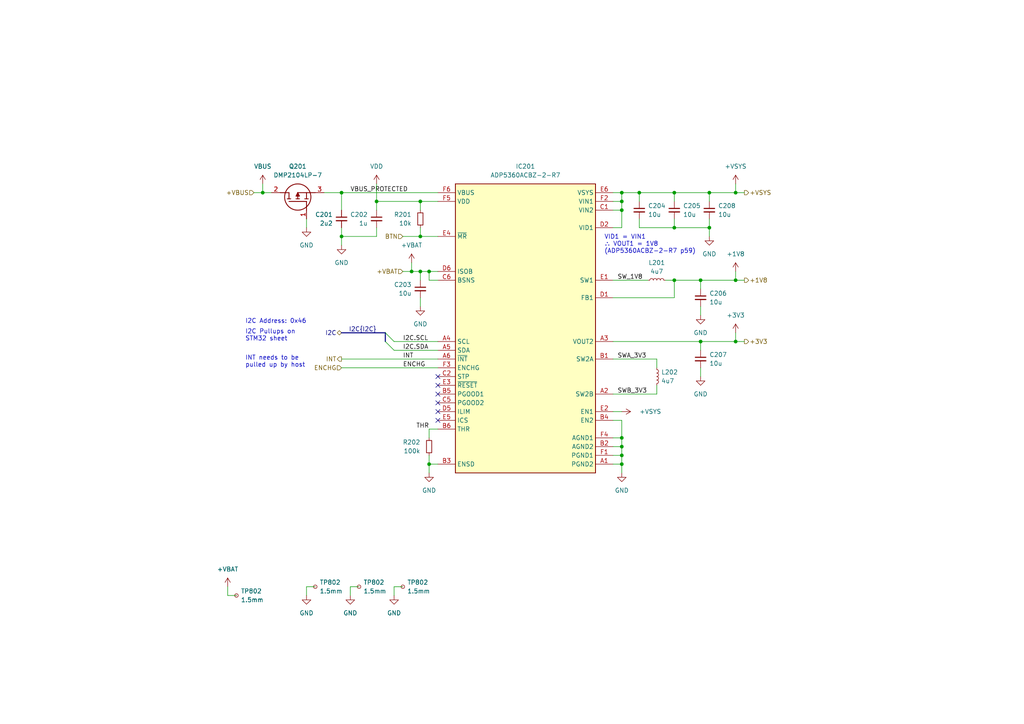
<source format=kicad_sch>
(kicad_sch (version 20230121) (generator eeschema)
  (paper "A4")
  (title_block (title "Watch Power") (rev "2"))
  (lib_symbols
    (symbol "ADP5360ACBZ-2-R7:ADP5360ACBZ-2-R7"
      (property "Reference" "IC" (at 1.27 45.72 0))
      (property "Value" "ADP5360ACBZ-2-R7" (at 1.27 43.18 0))
      (symbol "ADP5360ACBZ-2-R7_1_1"
        (rectangle (start -20.32 40.64) (end 20.32 -43.18) (stroke (width 0.254)) (fill (type background)))
        (pin passive line (at 25.4 -40.64 180) (length 5.08) (name "PGND2") (number "A1"))
        (pin passive line (at 25.4 -20.32 180) (length 5.08) (name "SW2B") (number "A2"))
        (pin passive line (at 25.4 -5.08 180) (length 5.08) (name "VOUT2") (number "A3"))
        (pin passive line (at -25.4 -5.08 0) (length 5.08) (name "SCL") (number "A4"))
        (pin passive line (at -25.4 -7.62 0) (length 5.08) (name "SDA") (number "A5"))
        (pin passive line (at -25.4 -10.16 0) (length 5.08) (name "~{INT}") (number "A6"))
        (pin passive line (at 25.4 -10.16 180) (length 5.08) (name "SW2A") (number "B1"))
        (pin passive line (at 25.4 -35.56 180) (length 5.08) (name "AGND2") (number "B2"))
        (pin passive line (at -25.4 -40.64 0) (length 5.08) (name "ENSD") (number "B3"))
        (pin passive line (at 25.4 -27.94 180) (length 5.08) (name "EN2") (number "B4"))
        (pin passive line (at -25.4 -20.32 0) (length 5.08) (name "PGOOD1") (number "B5"))
        (pin passive line (at -25.4 -30.48 0) (length 5.08) (name "THR") (number "B6"))
        (pin passive line (at 25.4 33.02 180) (length 5.08) (name "VIN2") (number "C1"))
        (pin passive line (at -25.4 -15.24 0) (length 5.08) (name "STP") (number "C2"))
        (pin passive line (at -25.4 -22.86 0) (length 5.08) (name "PGOOD2") (number "C5"))
        (pin passive line (at -25.4 12.7 0) (length 5.08) (name "BSNS") (number "C6"))
        (pin passive line (at 25.4 7.62 180) (length 5.08) (name "FB1") (number "D1"))
        (pin passive line (at 25.4 27.94 180) (length 5.08) (name "VID1") (number "D2"))
        (pin passive line (at -25.4 -25.4 0) (length 5.08) (name "ILIM") (number "D5"))
        (pin passive line (at -25.4 15.24 0) (length 5.08) (name "ISOB") (number "D6"))
        (pin passive line (at 25.4 12.7 180) (length 5.08) (name "SW1") (number "E1"))
        (pin passive line (at 25.4 -25.4 180) (length 5.08) (name "EN1") (number "E2"))
        (pin passive line (at -25.4 -17.78 0) (length 5.08) (name "~{RESET}") (number "E3"))
        (pin passive line (at -25.4 25.4 0) (length 5.08) (name "~{MR}") (number "E4"))
        (pin passive line (at -25.4 -27.94 0) (length 5.08) (name "ICS") (number "E5"))
        (pin passive line (at 25.4 38.1 180) (length 5.08) (name "VSYS") (number "E6"))
        (pin passive line (at 25.4 -38.1 180) (length 5.08) (name "PGND1") (number "F1"))
        (pin passive line (at 25.4 35.56 180) (length 5.08) (name "VIN1") (number "F2"))
        (pin passive line (at -25.4 -12.7 0) (length 5.08) (name "ENCHG") (number "F3"))
        (pin passive line (at 25.4 -33.02 180) (length 5.08) (name "AGND1") (number "F4"))
        (pin passive line (at -25.4 35.56 0) (length 5.08) (name "VDD") (number "F5"))
        (pin passive line (at -25.4 38.1 0) (length 5.08) (name "VBUS") (number "F6"))
      )
    )
    (symbol "Connector:TestPoint_Small" (pin_numbers hide) (pin_names (offset 0.762) hide)
      (property "Reference" "TP" (at 0 3.81 0))
      (property "Value" "TestPoint_Small" (at 0 2.032 0))
      (symbol "TestPoint_Small_0_1"
        (circle (center 0 0) (radius 0.508))
      )
      (symbol "TestPoint_Small_1_1"
        (pin passive line (at 0 0 90) (length 0) (name "1") (number "1"))
      )
    )
    (symbol "DMP2104LP-7:DMP2104LP-7" (pin_names hide)
      (property "Reference" "Q" (at 11.43 3.81 0))
      (property "Value" "DMP2104LP-7" (at 11.43 1.27 0))
      (symbol "DMP2104LP-7_1_1"
        (polyline (pts (xy 2.54 0) (xy 5.08 0)) (stroke (width 0.254)))
        (polyline (pts (xy 5.08 5.08) (xy 5.08 0)) (stroke (width 0.254)))
        (polyline (pts (xy 5.842 -0.508) (xy 5.842 0.508)) (stroke (width 0.254)))
        (polyline (pts (xy 5.842 0) (xy 7.62 0)) (stroke (width 0.254)))
        (polyline (pts (xy 5.842 2.032) (xy 5.842 3.048)) (stroke (width 0.254)))
        (polyline (pts (xy 5.842 5.588) (xy 5.842 4.572)) (stroke (width 0.254)))
        (polyline (pts (xy 7.62 2.54) (xy 5.842 2.54)) (stroke (width 0.254)))
        (polyline (pts (xy 7.62 2.54) (xy 7.62 -2.54)) (stroke (width 0.254)))
        (polyline (pts (xy 7.62 5.08) (xy 5.842 5.08)) (stroke (width 0.254)))
        (polyline (pts (xy 7.62 5.08) (xy 7.62 7.62)) (stroke (width 0.254)))
        (polyline (pts (xy 7.62 2.54) (xy 6.604 3.048) (xy 6.604 2.032) (xy 7.62 2.54)) (stroke (width 0.254)) (fill (type outline)))
        (circle (center 6.35 2.54) (radius 3.81) (stroke (width 0.254)))
        (pin passive line (at 0 0 0) (length 2.54) (name "G") (number "1"))
        (pin passive line (at 7.62 10.16 270) (length 2.54) (name "D") (number "2"))
        (pin passive line (at 7.62 -5.08 90) (length 2.54) (name "S") (number "3"))
      )
    )
    (symbol "Device:C_Small" (pin_numbers hide) (pin_names (offset 0.254) hide)
      (property "Reference" "C" (at 0.254 1.778 0))
      (property "Value" "C_Small" (at 0.254 -2.032 0))
      (symbol "C_Small_0_1"
        (polyline (pts (xy -1.524 -0.508) (xy 1.524 -0.508)) (stroke (width 0.3302)))
        (polyline (pts (xy -1.524 0.508) (xy 1.524 0.508)) (stroke (width 0.3048)))
      )
      (symbol "C_Small_1_1"
        (pin passive line (at 0 2.54 270) (length 2.032) (name "~") (number "1"))
        (pin passive line (at 0 -2.54 90) (length 2.032) (name "~") (number "2"))
      )
    )
    (symbol "Device:L_Small" (pin_numbers hide) (pin_names (offset 0.254) hide)
      (property "Reference" "L" (at 0.762 1.016 0))
      (property "Value" "L_Small" (at 0.762 -1.016 0))
      (symbol "L_Small_0_1"
        (arc (start 0 -2.032) (mid 0.5058 -1.524) (end 0 -1.016))
        (arc (start 0 -1.016) (mid 0.5058 -0.508) (end 0 0))
        (arc (start 0 0) (mid 0.5058 0.508) (end 0 1.016))
        (arc (start 0 1.016) (mid 0.5058 1.524) (end 0 2.032))
      )
      (symbol "L_Small_1_1"
        (pin passive line (at 0 2.54 270) (length 0.508) (name "~") (number "1"))
        (pin passive line (at 0 -2.54 90) (length 0.508) (name "~") (number "2"))
      )
    )
    (symbol "Device:R_Small" (pin_numbers hide) (pin_names (offset 0.254) hide)
      (property "Reference" "R" (at 0.762 0.508 0))
      (property "Value" "R_Small" (at 0.762 -1.016 0))
      (symbol "R_Small_0_1"
        (rectangle (start -0.762 1.778) (end 0.762 -1.778) (stroke (width 0.2032)))
      )
      (symbol "R_Small_1_1"
        (pin passive line (at 0 2.54 270) (length 0.762) (name "~") (number "1"))
        (pin passive line (at 0 -2.54 90) (length 0.762) (name "~") (number "2"))
      )
    )
    (symbol "power:+1V8" (power) (pin_names (offset 0))
      (property "Value" "+1V8" (at 0 3.556 0))
      (symbol "+1V8_0_1"
        (polyline (pts (xy -0.762 1.27) (xy 0 2.54)))
        (polyline (pts (xy 0 0) (xy 0 2.54)))
        (polyline (pts (xy 0 2.54) (xy 0.762 1.27)))
      )
      (symbol "+1V8_1_1"
        (pin power_in line (at 0 0 90) (length 0) hide (name "+1V8") (number "1"))
      )
    )
    (symbol "power:+3V3" (power) (pin_names (offset 0))
      (property "Value" "+3V3" (at 0 3.556 0))
      (symbol "+3V3_0_1"
        (polyline (pts (xy -0.762 1.27) (xy 0 2.54)))
        (polyline (pts (xy 0 0) (xy 0 2.54)))
        (polyline (pts (xy 0 2.54) (xy 0.762 1.27)))
      )
      (symbol "+3V3_1_1"
        (pin power_in line (at 0 0 90) (length 0) hide (name "+3V3") (number "1"))
      )
    )
    (symbol "power:GND" (power) (pin_names (offset 0))
      (property "Value" "GND" (at 0 -3.81 0))
      (symbol "GND_0_1"
        (polyline (pts (xy 0 0) (xy 0 -1.27) (xy 1.27 -1.27) (xy 0 -2.54) (xy -1.27 -1.27) (xy 0 -1.27)))
      )
      (symbol "GND_1_1"
        (pin power_in line (at 0 0 270) (length 0) hide (name "GND") (number "1"))
      )
    )
    (symbol "power:VBUS" (power) (pin_names (offset 0))
      (property "Value" "VBUS" (at 0 3.81 0))
      (symbol "VBUS_0_1"
        (polyline (pts (xy -0.762 1.27) (xy 0 2.54)))
        (polyline (pts (xy 0 0) (xy 0 2.54)))
        (polyline (pts (xy 0 2.54) (xy 0.762 1.27)))
      )
      (symbol "VBUS_1_1"
        (pin power_in line (at 0 0 90) (length 0) hide (name "VBUS") (number "1"))
      )
    )
    (symbol "power:VDD" (power) (pin_names (offset 0))
      (property "Value" "VDD" (at 0 3.81 0))
      (symbol "VDD_0_1"
        (polyline (pts (xy -0.762 1.27) (xy 0 2.54)))
        (polyline (pts (xy 0 0) (xy 0 2.54)))
        (polyline (pts (xy 0 2.54) (xy 0.762 1.27)))
      )
      (symbol "VDD_1_1"
        (pin power_in line (at 0 0 90) (length 0) hide (name "VDD") (number "1"))
      )
    )
    (symbol "watch_symbols_lib:+VBAT" (power) (pin_names (offset 0))
      (property "Value" "+VBAT" (at 0 3.556 0))
      (symbol "+VBAT_0_1"
        (polyline (pts (xy -0.762 1.27) (xy 0 2.54)))
        (polyline (pts (xy 0 0) (xy 0 2.54)))
        (polyline (pts (xy 0 2.54) (xy 0.762 1.27)))
      )
      (symbol "+VBAT_1_1"
        (pin power_in line (at 0 0 90) (length 0) hide (name "+VBAT") (number "1"))
      )
    )
    (symbol "watch_symbols_lib:+VSYS" (power) (pin_names (offset 0))
      (property "Value" "+VSYS" (at 0 3.556 0))
      (symbol "+VSYS_0_1"
        (polyline (pts (xy -0.762 1.27) (xy 0 2.54)))
        (polyline (pts (xy 0 0) (xy 0 2.54)))
        (polyline (pts (xy 0 2.54) (xy 0.762 1.27)))
      )
      (symbol "+VSYS_1_1"
        (pin power_in line (at 0 0 90) (length 0) hide (name "+VSYS") (number "1"))
      )
    )
  )
  (junction (at 124.46 78.74))
  (junction (at 195.58 81.28))
  (junction (at 124.46 134.62))
  (junction (at 99.06 68.58))
  (junction (at 213.36 99.06))
  (junction (at 203.2 99.06))
  (junction (at 119.38 78.74))
  (junction (at 185.42 55.88))
  (junction (at 205.74 66.04))
  (junction (at 180.34 132.08))
  (junction (at 213.36 81.28))
  (junction (at 180.34 134.62))
  (junction (at 203.2 81.28))
  (junction (at 180.34 129.54))
  (junction (at 180.34 60.96))
  (junction (at 180.34 127))
  (junction (at 213.36 55.88))
  (junction (at 180.34 58.42))
  (junction (at 76.2 55.88))
  (junction (at 121.92 58.42))
  (junction (at 195.58 66.04))
  (junction (at 109.22 58.42))
  (junction (at 205.74 55.88))
  (junction (at 195.58 55.88))
  (junction (at 121.92 68.58))
  (junction (at 99.06 55.88))
  (junction (at 121.92 78.74))
  (junction (at 180.34 55.88))
  (no_connect (at 127 111.76))
  (no_connect (at 127 119.38))
  (no_connect (at 127 114.3))
  (no_connect (at 127 116.84))
  (no_connect (at 127 121.92))
  (no_connect (at 127 109.22))
  (bus_entry (at 111.76 99.06) (size 2.54 2.54))
  (bus_entry (at 111.76 96.52) (size 2.54 2.54))
  (wire (pts (xy 116.84 78.74) (xy 119.38 78.74)))
  (wire (pts (xy 203.2 99.06) (xy 213.36 99.06)))
  (wire (pts (xy 180.34 127) (xy 177.8 127)))
  (wire (pts (xy 76.2 55.88) (xy 78.74 55.88)))
  (bus (pts (xy 111.76 96.52) (xy 111.76 99.06)))
  (wire (pts (xy 109.22 60.96) (xy 109.22 58.42)))
  (wire (pts (xy 177.8 58.42) (xy 180.34 58.42)))
  (wire (pts (xy 73.66 55.88) (xy 76.2 55.88)))
  (wire (pts (xy 205.74 55.88) (xy 205.74 58.42)))
  (wire (pts (xy 195.58 66.04) (xy 205.74 66.04)))
  (wire (pts (xy 213.36 99.06) (xy 215.9 99.06)))
  (wire (pts (xy 205.74 66.04) (xy 205.74 63.5)))
  (wire (pts (xy 203.2 81.28) (xy 213.36 81.28)))
  (wire (pts (xy 180.34 132.08) (xy 180.34 129.54)))
  (wire (pts (xy 177.8 134.62) (xy 180.34 134.62)))
  (wire (pts (xy 101.6 172.72) (xy 101.6 170.18)))
  (wire (pts (xy 213.36 55.88) (xy 213.36 53.34)))
  (wire (pts (xy 124.46 127) (xy 124.46 124.46)))
  (wire (pts (xy 119.38 78.74) (xy 119.38 76.2)))
  (wire (pts (xy 109.22 68.58) (xy 99.06 68.58)))
  (wire (pts (xy 114.3 101.6) (xy 127 101.6)))
  (wire (pts (xy 101.6 170.18) (xy 104.14 170.18)))
  (wire (pts (xy 114.3 99.06) (xy 127 99.06)))
  (wire (pts (xy 177.8 81.28) (xy 187.96 81.28)))
  (wire (pts (xy 99.06 106.68) (xy 127 106.68)))
  (wire (pts (xy 213.36 81.28) (xy 215.9 81.28)))
  (wire (pts (xy 185.42 66.04) (xy 195.58 66.04)))
  (wire (pts (xy 195.58 86.36) (xy 195.58 81.28)))
  (wire (pts (xy 195.58 55.88) (xy 205.74 55.88)))
  (wire (pts (xy 185.42 66.04) (xy 185.42 63.5)))
  (wire (pts (xy 99.06 104.14) (xy 127 104.14)))
  (wire (pts (xy 116.84 68.58) (xy 121.92 68.58)))
  (wire (pts (xy 195.58 81.28) (xy 203.2 81.28)))
  (wire (pts (xy 88.9 172.72) (xy 88.9 170.18)))
  (wire (pts (xy 124.46 81.28) (xy 124.46 78.74)))
  (wire (pts (xy 180.34 137.16) (xy 180.34 134.62)))
  (wire (pts (xy 177.8 121.92) (xy 180.34 121.92)))
  (wire (pts (xy 190.5 104.14) (xy 190.5 106.68)))
  (wire (pts (xy 177.8 55.88) (xy 180.34 55.88)))
  (wire (pts (xy 203.2 106.68) (xy 203.2 109.22)))
  (wire (pts (xy 205.74 55.88) (xy 213.36 55.88)))
  (wire (pts (xy 121.92 58.42) (xy 127 58.42)))
  (wire (pts (xy 213.36 78.74) (xy 213.36 81.28)))
  (wire (pts (xy 180.34 58.42) (xy 180.34 55.88)))
  (wire (pts (xy 114.3 170.18) (xy 116.84 170.18)))
  (wire (pts (xy 180.34 55.88) (xy 185.42 55.88)))
  (wire (pts (xy 88.9 63.5) (xy 88.9 66.04)))
  (wire (pts (xy 124.46 132.08) (xy 124.46 134.62)))
  (wire (pts (xy 93.98 55.88) (xy 99.06 55.88)))
  (wire (pts (xy 124.46 134.62) (xy 127 134.62)))
  (wire (pts (xy 180.34 66.04) (xy 180.34 60.96)))
  (wire (pts (xy 195.58 55.88) (xy 195.58 58.42)))
  (wire (pts (xy 121.92 88.9) (xy 121.92 86.36)))
  (wire (pts (xy 177.8 114.3) (xy 190.5 114.3)))
  (wire (pts (xy 76.2 53.34) (xy 76.2 55.88)))
  (wire (pts (xy 99.06 68.58) (xy 99.06 71.12)))
  (wire (pts (xy 213.36 96.52) (xy 213.36 99.06)))
  (wire (pts (xy 121.92 68.58) (xy 127 68.58)))
  (wire (pts (xy 185.42 55.88) (xy 195.58 55.88)))
  (wire (pts (xy 109.22 66.04) (xy 109.22 68.58)))
  (wire (pts (xy 121.92 66.04) (xy 121.92 68.58)))
  (wire (pts (xy 124.46 137.16) (xy 124.46 134.62)))
  (wire (pts (xy 203.2 81.28) (xy 203.2 83.82)))
  (wire (pts (xy 213.36 55.88) (xy 215.9 55.88)))
  (wire (pts (xy 177.8 119.38) (xy 180.34 119.38)))
  (wire (pts (xy 205.74 68.58) (xy 205.74 66.04)))
  (wire (pts (xy 99.06 68.58) (xy 99.06 66.04)))
  (wire (pts (xy 121.92 78.74) (xy 124.46 78.74)))
  (wire (pts (xy 124.46 124.46) (xy 127 124.46)))
  (wire (pts (xy 177.8 104.14) (xy 190.5 104.14)))
  (wire (pts (xy 185.42 55.88) (xy 185.42 58.42)))
  (wire (pts (xy 195.58 81.28) (xy 193.04 81.28)))
  (wire (pts (xy 195.58 66.04) (xy 195.58 63.5)))
  (wire (pts (xy 119.38 78.74) (xy 121.92 78.74)))
  (wire (pts (xy 180.34 132.08) (xy 177.8 132.08)))
  (wire (pts (xy 180.34 121.92) (xy 180.34 127)))
  (wire (pts (xy 127 78.74) (xy 124.46 78.74)))
  (wire (pts (xy 99.06 55.88) (xy 127 55.88)))
  (wire (pts (xy 109.22 58.42) (xy 121.92 58.42)))
  (wire (pts (xy 88.9 170.18) (xy 91.44 170.18)))
  (wire (pts (xy 177.8 129.54) (xy 180.34 129.54)))
  (wire (pts (xy 177.8 86.36) (xy 195.58 86.36)))
  (wire (pts (xy 180.34 129.54) (xy 180.34 127)))
  (wire (pts (xy 121.92 78.74) (xy 121.92 81.28)))
  (wire (pts (xy 180.34 60.96) (xy 180.34 58.42)))
  (wire (pts (xy 66.04 170.18) (xy 66.04 172.72)))
  (wire (pts (xy 177.8 66.04) (xy 180.34 66.04)))
  (wire (pts (xy 180.34 134.62) (xy 180.34 132.08)))
  (wire (pts (xy 114.3 172.72) (xy 114.3 170.18)))
  (bus (pts (xy 111.76 96.52) (xy 99.06 96.52)))
  (wire (pts (xy 99.06 55.88) (xy 99.06 60.96)))
  (wire (pts (xy 121.92 58.42) (xy 121.92 60.96)))
  (wire (pts (xy 203.2 88.9) (xy 203.2 91.44)))
  (wire (pts (xy 127 81.28) (xy 124.46 81.28)))
  (wire (pts (xy 66.04 172.72) (xy 68.58 172.72)))
  (wire (pts (xy 177.8 60.96) (xy 180.34 60.96)))
  (wire (pts (xy 190.5 111.76) (xy 190.5 114.3)))
  (wire (pts (xy 109.22 53.34) (xy 109.22 58.42)))
  (wire (pts (xy 177.8 99.06) (xy 203.2 99.06)))
  (wire (pts (xy 203.2 99.06) (xy 203.2 101.6)))
  (text "VID1 = VIN1\n∴ VOUT1 = 1V8\n(ADP5360ACBZ-2-R7 p59)" (at 175.26 73.66 0) (effects (font (size 1.27 1.27)) (justify left bottom)))
  (text "INT needs to be\npulled up by host" (at 71.12 106.68 0) (effects (font (size 1.27 1.27)) (justify left bottom)))
  (text "I2C Address: 0x46" (at 71.12 93.98 0) (effects (font (size 1.27 1.27)) (justify left bottom)))
  (text "I2C Pullups on\nSTM32 sheet" (at 71.12 99.06 0) (effects (font (size 1.27 1.27)) (justify left bottom)))
  (label "VBUS_PROTECTED" (at 101.6 55.88 0))
  (label "INT" (at 116.84 104.14 0))
  (label "I2C{I2C}" (at 109.22 96.52 180))
  (label "THR" (at 124.46 124.46 180))
  (label "SW_1V8" (at 179.07 81.28 0))
  (label "I2C.SCL" (at 116.84 99.06 0))
  (label "SWA_3V3" (at 179.07 104.14 0))
  (label "SWB_3V3" (at 179.07 114.3 0))
  (label "I2C.SDA" (at 116.84 101.6 0))
  (label "ENCHG" (at 116.84 106.68 0))
  (hierarchical_label "+VSYS" (shape output) (at 215.9 55.88 0))
  (hierarchical_label "+VBUS" (shape input) (at 73.66 55.88 180))
  (hierarchical_label "+3V3" (shape output) (at 215.9 99.06 0))
  (hierarchical_label "+VBAT" (shape input) (at 116.84 78.74 180))
  (hierarchical_label "BTN" (shape input) (at 116.84 68.58 180))
  (hierarchical_label "INT" (shape output) (at 99.06 104.14 180))
  (hierarchical_label "+1V8" (shape output) (at 215.9 81.28 0))
  (hierarchical_label "I2C" (shape bidirectional) (at 99.06 96.52 180) (property "DSI" "DSI" (effects hide)))
  (hierarchical_label "ENCHG" (shape input) (at 99.06 106.68 180))
  (symbol (lib_id "power:GND") (at 124.46 137.16 0) (unit 1)
    (property "Reference" "#PWR0208" (effects hide))
    (property "Value" "GND" (at 124.46 142.24 0))
  )
  (symbol (lib_id "Device:R_Small") (at 124.46 129.54 0) (mirror y) (unit 1)
    (property "Reference" "R202" (at 121.92 128.27 0) (effects (justify left)))
    (property "Value" "100k" (at 121.92 130.81 0) (effects (justify left)))
    (property "Footprint" "Resistor_SMD:R_0402_1005Metric" (effects hide))
  )
  (symbol (lib_id "Connector:TestPoint_Small") (at 104.14 170.18 0) (unit 1)
    (property "Reference" "TP802" (at 105.41 168.91 0) (effects (justify left)))
    (property "Value" "1.5mm" (at 105.41 171.45 0) (effects (justify left)))
    (property "Footprint" "TestPoint:TestPoint_Pad_D1.5mm" (effects hide))
    (instances (project "watch_main" (path "" (reference "TP802") (unit 1)) (path "" (reference "TP209") (unit 1))))
  )
  (symbol (lib_id "power:GND") (at 203.2 109.22 0) (unit 1)
    (property "Reference" "#PWR0218" (effects hide))
    (property "Value" "GND" (at 203.2 114.3 0))
  )
  (symbol (lib_id "watch_symbols_lib:+VBAT") (at 66.04 170.18 0) (unit 1)
    (property "Reference" "#PWR0209" (effects hide))
    (property "Value" "+VBAT" (at 66.04 165.1 0))
  )
  (symbol (lib_id "Device:C_Small") (at 99.06 63.5 0) (mirror y) (unit 1)
    (property "Reference" "C201" (at 96.52 62.2363 0) (effects (justify left)))
    (property "Value" "2u2" (at 96.52 64.7763 0) (effects (justify left)))
    (property "Footprint" "Capacitor_SMD:C_0402_1005Metric" (effects hide))
  )
  (symbol (lib_id "Device:C_Small") (at 203.2 104.14 0) (unit 1)
    (property "Reference" "C207" (at 205.74 102.8763 0) (effects (justify left)))
    (property "Value" "10u" (at 205.74 105.4163 0) (effects (justify left)))
    (property "Footprint" "Capacitor_SMD:C_0402_1005Metric" (effects hide))
  )
  (symbol (lib_id "ADP5360ACBZ-2-R7:ADP5360ACBZ-2-R7") (at 152.4 93.98 0) (unit 1)
    (property "Reference" "IC201" (at 152.4 48.26 0))
    (property "Value" "ADP5360ACBZ-2-R7" (at 152.4 50.8 0))
    (property "Footprint" "watch_footprints:ADP5360ACBZ1R7" (effects hide))
    (property "Datasheet" "https://static6.arrow.com/aropdfconversion/942f247d1889decade131896ebbd71237a4d497d/adp5360.pdf" (effects hide))
    (property "Height" "0.56" (effects hide))
    (property "Mouser Part Number" "584-ADP5360ACBZ-2-R7" (effects hide))
    (property "Mouser Price/Stock" "https://www.mouser.co.uk/ProductDetail/Analog-Devices/ADP5360ACBZ-2-R7?qs=GBLSl2AkirtayaN8yEOC7w%3D%3D" (effects hide))
    (property "Manufacturer_Name" "Analog Devices" (effects hide))
    (property "Manufacturer_Part_Number" "ADP5360ACBZ-2-R7" (effects hide))
  )
  (symbol (lib_id "Device:C_Small") (at 185.42 60.96 0) (unit 1)
    (property "Reference" "C204" (at 187.96 59.6963 0) (effects (justify left)))
    (property "Value" "10u" (at 187.96 62.2363 0) (effects (justify left)))
    (property "Footprint" "Capacitor_SMD:C_0402_1005Metric" (effects hide))
  )
  (symbol (lib_id "watch_symbols_lib:+VSYS") (at 180.34 119.38 270) (unit 1)
    (property "Reference" "#PWR0212" (effects hide))
    (property "Value" "+VSYS" (at 185.42 119.38 90) (effects (justify left)))
  )
  (symbol (lib_id "Device:C_Small") (at 109.22 63.5 0) (mirror y) (unit 1)
    (property "Reference" "C202" (at 106.68 62.2363 0) (effects (justify left)))
    (property "Value" "1u" (at 106.68 64.7763 0) (effects (justify left)))
    (property "Footprint" "Capacitor_SMD:C_0402_1005Metric" (effects hide))
  )
  (symbol (lib_id "power:GND") (at 180.34 137.16 0) (unit 1)
    (property "Reference" "#PWR0214" (effects hide))
    (property "Value" "GND" (at 180.34 142.24 0))
  )
  (symbol (lib_id "DMP2104LP-7:DMP2104LP-7") (at 88.9 63.5 90) (unit 1)
    (property "Reference" "Q201" (at 86.36 48.26 90))
    (property "Value" "DMP2104LP-7" (at 86.36 50.8 90))
    (property "Footprint" "watch_footprints:DMP2104LP7" (effects hide))
    (property "Datasheet" "https://componentsearchengine.com/Datasheets/2/DMP2104LP-7.pdf" (effects hide))
    (property "Height" "0.53" (effects hide))
    (property "Mouser Part Number" "621-DMP2104LP-7" (effects hide))
    (property "Mouser Price/Stock" "https://www.mouser.co.uk/ProductDetail/Diodes-Incorporated/DMP2104LP-7?qs=R%252By5Lqt1H6xg6KRllhPj7w%3D%3D" (effects hide))
    (property "Manufacturer_Name" "Diodes Incorporated" (effects hide))
    (property "Manufacturer_Part_Number" "DMP2104LP-7" (effects hide))
  )
  (symbol (lib_id "Connector:TestPoint_Small") (at 68.58 172.72 0) (unit 1)
    (property "Reference" "TP802" (at 69.85 171.45 0) (effects (justify left)))
    (property "Value" "1.5mm" (at 69.85 173.99 0) (effects (justify left)))
    (property "Footprint" "TestPoint:TestPoint_Pad_D1.5mm" (effects hide))
    (instances (project "watch_main" (path "" (reference "TP802") (unit 1)) (path "" (reference "TP202") (unit 1))))
  )
  (symbol (lib_id "power:GND") (at 88.9 66.04 0) (unit 1)
    (property "Reference" "#PWR0202" (effects hide))
    (property "Value" "GND" (at 88.9 71.12 0))
  )
  (symbol (lib_id "Connector:TestPoint_Small") (at 116.84 170.18 0) (unit 1)
    (property "Reference" "TP802" (at 118.11 168.91 0) (effects (justify left)))
    (property "Value" "1.5mm" (at 118.11 171.45 0) (effects (justify left)))
    (property "Footprint" "TestPoint:TestPoint_Pad_D1.5mm" (effects hide))
    (instances (project "watch_main" (path "" (reference "TP802") (unit 1)) (path "" (reference "TP201") (unit 1))))
  )
  (symbol (lib_id "power:GND") (at 101.6 172.72 0) (unit 1)
    (property "Reference" "#PWR0232" (effects hide))
    (property "Value" "GND" (at 101.6 177.8 0))
  )
  (symbol (lib_id "power:GND") (at 203.2 91.44 0) (unit 1)
    (property "Reference" "#PWR0217" (effects hide))
    (property "Value" "GND" (at 203.2 96.52 0))
  )
  (symbol (lib_id "power:VBUS") (at 76.2 53.34 0) (unit 1)
    (property "Reference" "#PWR0201" (effects hide))
    (property "Value" "VBUS" (at 76.2 48.26 0))
  )
  (symbol (lib_id "power:VDD") (at 109.22 53.34 0) (unit 1)
    (property "Reference" "#PWR0204" (effects hide))
    (property "Value" "VDD" (at 109.22 48.26 0))
  )
  (symbol (lib_id "Device:C_Small") (at 203.2 86.36 0) (unit 1)
    (property "Reference" "C206" (at 205.74 85.0963 0) (effects (justify left)))
    (property "Value" "10u" (at 205.74 87.6363 0) (effects (justify left)))
    (property "Footprint" "Capacitor_SMD:C_0402_1005Metric" (effects hide))
  )
  (symbol (lib_id "power:GND") (at 99.06 71.12 0) (unit 1)
    (property "Reference" "#PWR0203" (effects hide))
    (property "Value" "GND" (at 99.06 76.2 0))
  )
  (symbol (lib_id "Device:C_Small") (at 195.58 60.96 0) (unit 1)
    (property "Reference" "C205" (at 198.12 59.6963 0) (effects (justify left)))
    (property "Value" "10u" (at 198.12 62.2363 0) (effects (justify left)))
    (property "Footprint" "Capacitor_SMD:C_0402_1005Metric" (effects hide))
  )
  (symbol (lib_id "power:GND") (at 121.92 88.9 0) (unit 1)
    (property "Reference" "#PWR0207" (effects hide))
    (property "Value" "GND" (at 121.92 93.98 0))
  )
  (symbol (lib_id "Device:L_Small") (at 190.5 81.28 90) (unit 1)
    (property "Reference" "L201" (at 190.5 76.2 90))
    (property "Value" "4u7" (at 190.5 78.74 90))
    (property "Footprint" "Inductor_SMD:L_Murata_DFE201610P" (effects hide))
  )
  (symbol (lib_id "Connector:TestPoint_Small") (at 91.44 170.18 0) (unit 1)
    (property "Reference" "TP802" (at 92.71 168.91 0) (effects (justify left)))
    (property "Value" "1.5mm" (at 92.71 171.45 0) (effects (justify left)))
    (property "Footprint" "TestPoint:TestPoint_Pad_D1.5mm" (effects hide))
    (instances (project "watch_main" (path "" (reference "TP802") (unit 1)) (path "" (reference "TP208") (unit 1))))
  )
  (symbol (lib_id "Device:R_Small") (at 121.92 63.5 0) (mirror y) (unit 1)
    (property "Reference" "R201" (at 119.38 62.23 0) (effects (justify left)))
    (property "Value" "10k" (at 119.38 64.77 0) (effects (justify left)))
    (property "Footprint" "Resistor_SMD:R_0402_1005Metric" (effects hide))
  )
  (symbol (lib_id "power:+3V3") (at 213.36 96.52 0) (unit 1)
    (property "Reference" "#PWR0222" (effects hide))
    (property "Value" "+3V3" (at 213.36 91.44 0))
  )
  (symbol (lib_id "Device:C_Small") (at 121.92 83.82 0) (mirror y) (unit 1)
    (property "Reference" "C203" (at 119.38 82.5563 0) (effects (justify left)))
    (property "Value" "10u" (at 119.38 85.0963 0) (effects (justify left)))
    (property "Footprint" "Capacitor_SMD:C_0402_1005Metric" (effects hide))
  )
  (symbol (lib_id "power:GND") (at 205.74 68.58 0) (unit 1)
    (property "Reference" "#PWR0219" (effects hide))
    (property "Value" "GND" (at 205.74 73.66 0))
  )
  (symbol (lib_id "power:GND") (at 114.3 172.72 0) (unit 1)
    (property "Reference" "#PWR0205" (effects hide))
    (property "Value" "GND" (at 114.3 177.8 0))
  )
  (symbol (lib_id "Device:L_Small") (at 190.5 109.22 0) (unit 1)
    (property "Reference" "L202" (at 191.77 107.95 0) (effects (justify left)))
    (property "Value" "4u7" (at 191.77 110.49 0) (effects (justify left)))
    (property "Footprint" "Inductor_SMD:L_Murata_DFE201610P" (effects hide))
  )
  (symbol (lib_id "watch_symbols_lib:+VBAT") (at 119.38 76.2 0) (unit 1)
    (property "Reference" "#PWR0206" (effects hide))
    (property "Value" "+VBAT" (at 119.38 71.12 0))
  )
  (symbol (lib_id "Device:C_Small") (at 205.74 60.96 0) (unit 1)
    (property "Reference" "C208" (at 208.28 59.6963 0) (effects (justify left)))
    (property "Value" "10u" (at 208.28 62.2363 0) (effects (justify left)))
    (property "Footprint" "Capacitor_SMD:C_0402_1005Metric" (effects hide))
  )
  (symbol (lib_id "power:GND") (at 88.9 172.72 0) (unit 1)
    (property "Reference" "#PWR0216" (effects hide))
    (property "Value" "GND" (at 88.9 177.8 0))
  )
  (symbol (lib_id "power:+1V8") (at 213.36 78.74 0) (unit 1)
    (property "Reference" "#PWR0221" (effects hide))
    (property "Value" "+1V8" (at 213.36 73.66 0))
  )
  (symbol (lib_id "watch_symbols_lib:+VSYS") (at 213.36 53.34 0) (unit 1)
    (property "Reference" "#PWR0220" (effects hide))
    (property "Value" "+VSYS" (at 213.36 48.26 0))
  )
)
</source>
